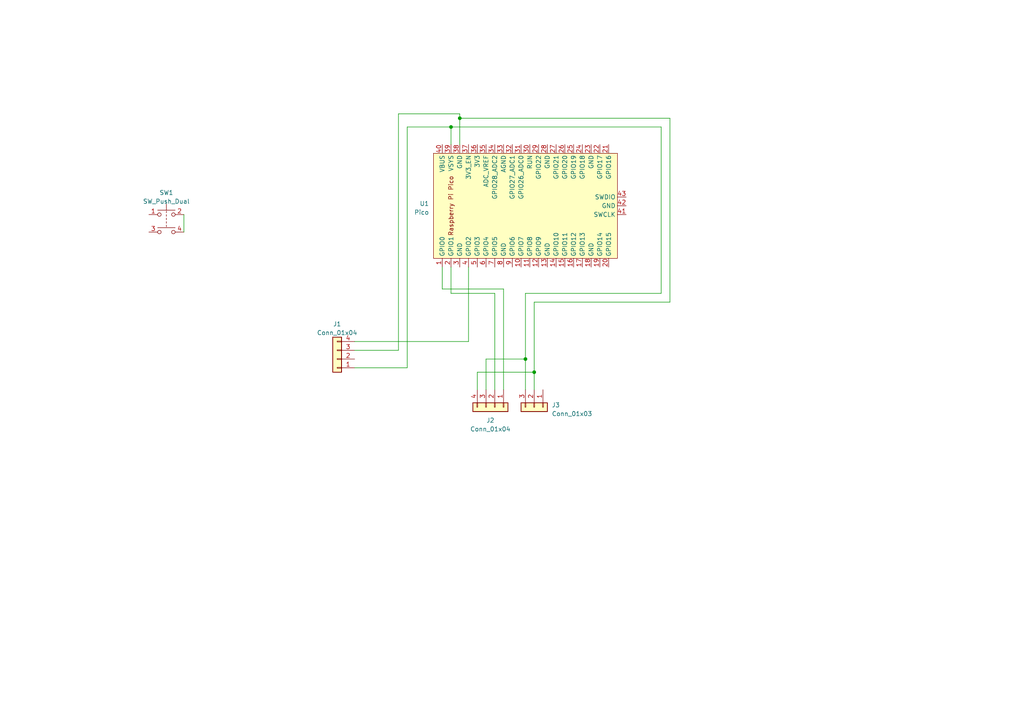
<source format=kicad_sch>
(kicad_sch (version 20230121) (generator eeschema)
  (paper "A4")
  (lib_symbols
    (symbol "Connector_Generic:Conn_01x03" (pin_names (offset 1.016) hide)
      (property "Reference" "J" (at 0 5.08 0))
      (property "Value" "Conn_01x03" (at 0 -5.08 0))
      (symbol "Conn_01x03_1_1"
        (rectangle (start -1.27 -2.413) (end 0 -2.667) (stroke (width 0.1524)))
        (rectangle (start -1.27 0.127) (end 0 -0.127) (stroke (width 0.1524)))
        (rectangle (start -1.27 2.667) (end 0 2.413) (stroke (width 0.1524)))
        (rectangle (start -1.27 3.81) (end 1.27 -3.81) (stroke (width 0.254)) (fill (type background)))
        (pin passive line (at -5.08 2.54 0) (length 3.81) (name "Pin_1") (number "1"))
        (pin passive line (at -5.08 0 0) (length 3.81) (name "Pin_2") (number "2"))
        (pin passive line (at -5.08 -2.54 0) (length 3.81) (name "Pin_3") (number "3"))
      )
    )
    (symbol "Connector_Generic:Conn_01x04" (pin_names (offset 1.016) hide)
      (property "Reference" "J" (at 0 5.08 0))
      (property "Value" "Conn_01x04" (at 0 -7.62 0))
      (symbol "Conn_01x04_1_1"
        (rectangle (start -1.27 -4.953) (end 0 -5.207) (stroke (width 0.1524)))
        (rectangle (start -1.27 -2.413) (end 0 -2.667) (stroke (width 0.1524)))
        (rectangle (start -1.27 0.127) (end 0 -0.127) (stroke (width 0.1524)))
        (rectangle (start -1.27 2.667) (end 0 2.413) (stroke (width 0.1524)))
        (rectangle (start -1.27 3.81) (end 1.27 -6.35) (stroke (width 0.254)) (fill (type background)))
        (pin passive line (at -5.08 2.54 0) (length 3.81) (name "Pin_1") (number "1"))
        (pin passive line (at -5.08 0 0) (length 3.81) (name "Pin_2") (number "2"))
        (pin passive line (at -5.08 -2.54 0) (length 3.81) (name "Pin_3") (number "3"))
        (pin passive line (at -5.08 -5.08 0) (length 3.81) (name "Pin_4") (number "4"))
      )
    )
    (symbol "MCU_RaspberryPi_and_Boards:Pico"
      (property "Reference" "U" (at -13.97 27.94 0))
      (property "Value" "Pico" (at 0 19.05 0))
      (symbol "Pico_0_0"
        (text "Raspberry Pi Pico" (at 0 21.59 0) (effects (font (size 1.27 1.27))))
      )
      (symbol "Pico_0_1"
        (rectangle (start -15.24 26.67) (end 15.24 -26.67) (fill (type background)))
      )
      (symbol "Pico_1_1"
        (pin bidirectional line (at -17.78 24.13 0) (length 2.54) (name "GPIO0") (number "1"))
        (pin bidirectional line (at -17.78 1.27 0) (length 2.54) (name "GPIO7") (number "10"))
        (pin bidirectional line (at -17.78 -1.27 0) (length 2.54) (name "GPIO8") (number "11"))
        (pin bidirectional line (at -17.78 -3.81 0) (length 2.54) (name "GPIO9") (number "12"))
        (pin power_in line (at -17.78 -6.35 0) (length 2.54) (name "GND") (number "13"))
        (pin bidirectional line (at -17.78 -8.89 0) (length 2.54) (name "GPIO10") (number "14"))
        (pin bidirectional line (at -17.78 -11.43 0) (length 2.54) (name "GPIO11") (number "15"))
        (pin bidirectional line (at -17.78 -13.97 0) (length 2.54) (name "GPIO12") (number "16"))
        (pin bidirectional line (at -17.78 -16.51 0) (length 2.54) (name "GPIO13") (number "17"))
        (pin power_in line (at -17.78 -19.05 0) (length 2.54) (name "GND") (number "18"))
        (pin bidirectional line (at -17.78 -21.59 0) (length 2.54) (name "GPIO14") (number "19"))
        (pin bidirectional line (at -17.78 21.59 0) (length 2.54) (name "GPIO1") (number "2"))
        (pin bidirectional line (at -17.78 -24.13 0) (length 2.54) (name "GPIO15") (number "20"))
        (pin bidirectional line (at 17.78 -24.13 180) (length 2.54) (name "GPIO16") (number "21"))
        (pin bidirectional line (at 17.78 -21.59 180) (length 2.54) (name "GPIO17") (number "22"))
        (pin power_in line (at 17.78 -19.05 180) (length 2.54) (name "GND") (number "23"))
        (pin bidirectional line (at 17.78 -16.51 180) (length 2.54) (name "GPIO18") (number "24"))
        (pin bidirectional line (at 17.78 -13.97 180) (length 2.54) (name "GPIO19") (number "25"))
        (pin bidirectional line (at 17.78 -11.43 180) (length 2.54) (name "GPIO20") (number "26"))
        (pin bidirectional line (at 17.78 -8.89 180) (length 2.54) (name "GPIO21") (number "27"))
        (pin power_in line (at 17.78 -6.35 180) (length 2.54) (name "GND") (number "28"))
        (pin bidirectional line (at 17.78 -3.81 180) (length 2.54) (name "GPIO22") (number "29"))
        (pin power_in line (at -17.78 19.05 0) (length 2.54) (name "GND") (number "3"))
        (pin input line (at 17.78 -1.27 180) (length 2.54) (name "RUN") (number "30"))
        (pin bidirectional line (at 17.78 1.27 180) (length 2.54) (name "GPIO26_ADC0") (number "31"))
        (pin bidirectional line (at 17.78 3.81 180) (length 2.54) (name "GPIO27_ADC1") (number "32"))
        (pin power_in line (at 17.78 6.35 180) (length 2.54) (name "AGND") (number "33"))
        (pin bidirectional line (at 17.78 8.89 180) (length 2.54) (name "GPIO28_ADC2") (number "34"))
        (pin power_in line (at 17.78 11.43 180) (length 2.54) (name "ADC_VREF") (number "35"))
        (pin power_in line (at 17.78 13.97 180) (length 2.54) (name "3V3") (number "36"))
        (pin input line (at 17.78 16.51 180) (length 2.54) (name "3V3_EN") (number "37"))
        (pin bidirectional line (at 17.78 19.05 180) (length 2.54) (name "GND") (number "38"))
        (pin power_in line (at 17.78 21.59 180) (length 2.54) (name "VSYS") (number "39"))
        (pin bidirectional line (at -17.78 16.51 0) (length 2.54) (name "GPIO2") (number "4"))
        (pin power_in line (at 17.78 24.13 180) (length 2.54) (name "VBUS") (number "40"))
        (pin input line (at -2.54 -29.21 90) (length 2.54) (name "SWCLK") (number "41"))
        (pin power_in line (at 0 -29.21 90) (length 2.54) (name "GND") (number "42"))
        (pin bidirectional line (at 2.54 -29.21 90) (length 2.54) (name "SWDIO") (number "43"))
        (pin bidirectional line (at -17.78 13.97 0) (length 2.54) (name "GPIO3") (number "5"))
        (pin bidirectional line (at -17.78 11.43 0) (length 2.54) (name "GPIO4") (number "6"))
        (pin bidirectional line (at -17.78 8.89 0) (length 2.54) (name "GPIO5") (number "7"))
        (pin power_in line (at -17.78 6.35 0) (length 2.54) (name "GND") (number "8"))
        (pin bidirectional line (at -17.78 3.81 0) (length 2.54) (name "GPIO6") (number "9"))
      )
    )
    (symbol "Switch:SW_Push_Dual" (pin_names (offset 1.016) hide)
      (property "Reference" "SW" (at 1.27 2.54 0))
      (property "Value" "SW_Push_Dual" (at 0 -6.858 0))
      (symbol "SW_Push_Dual_0_1"
        (circle (center -2.032 -5.08) (radius 0.508))
        (circle (center -2.032 0) (radius 0.508))
        (polyline (pts (xy 0 -3.048) (xy 0 -3.556)))
        (polyline (pts (xy 0 -2.032) (xy 0 -2.54)))
        (polyline (pts (xy 0 -1.524) (xy 0 -1.016)))
        (polyline (pts (xy 0 -0.508) (xy 0 0)))
        (polyline (pts (xy 0 0.508) (xy 0 1.016)))
        (polyline (pts (xy 0 1.27) (xy 0 3.048)))
        (polyline (pts (xy 2.54 -3.81) (xy -2.54 -3.81)))
        (polyline (pts (xy 2.54 1.27) (xy -2.54 1.27)))
        (circle (center 2.032 -5.08) (radius 0.508))
        (circle (center 2.032 0) (radius 0.508))
        (pin passive line (at -5.08 0 0) (length 2.54) (name "1") (number "1"))
        (pin passive line (at 5.08 0 180) (length 2.54) (name "2") (number "2"))
        (pin passive line (at -5.08 -5.08 0) (length 2.54) (name "3") (number "3"))
        (pin passive line (at 5.08 -5.08 180) (length 2.54) (name "4") (number "4"))
      )
    )
  )
  (junction (at 154.94 107.95))
  (junction (at 133.35 34.29))
  (junction (at 130.81 36.83))
  (junction (at 152.4 104.14))
  (wire (pts (xy 194.31 34.29) (xy 133.35 34.29)))
  (wire (pts (xy 118.11 106.68) (xy 118.11 36.83)))
  (wire (pts (xy 138.43 113.03) (xy 138.43 107.95)))
  (wire (pts (xy 152.4 85.09) (xy 191.77 85.09)))
  (wire (pts (xy 152.4 113.03) (xy 152.4 104.14)))
  (wire (pts (xy 118.11 36.83) (xy 130.81 36.83)))
  (wire (pts (xy 191.77 36.83) (xy 130.81 36.83)))
  (wire (pts (xy 146.05 113.03) (xy 146.05 83.82)))
  (wire (pts (xy 102.87 99.06) (xy 135.89 99.06)))
  (wire (pts (xy 194.31 87.63) (xy 194.31 34.29)))
  (wire (pts (xy 130.81 36.83) (xy 130.81 41.91)))
  (wire (pts (xy 115.57 33.02) (xy 133.35 33.02)))
  (wire (pts (xy 140.97 113.03) (xy 140.97 104.14)))
  (wire (pts (xy 138.43 107.95) (xy 154.94 107.95)))
  (wire (pts (xy 152.4 85.09) (xy 152.4 104.14)))
  (wire (pts (xy 154.94 113.03) (xy 154.94 107.95)))
  (wire (pts (xy 133.35 33.02) (xy 133.35 34.29)))
  (wire (pts (xy 128.27 77.47) (xy 128.27 83.82)))
  (wire (pts (xy 146.05 83.82) (xy 128.27 83.82)))
  (wire (pts (xy 143.51 85.09) (xy 130.81 85.09)))
  (wire (pts (xy 102.87 101.6) (xy 115.57 101.6)))
  (wire (pts (xy 102.87 106.68) (xy 118.11 106.68)))
  (wire (pts (xy 154.94 87.63) (xy 194.31 87.63)))
  (wire (pts (xy 130.81 85.09) (xy 130.81 77.47)))
  (wire (pts (xy 154.94 107.95) (xy 154.94 87.63)))
  (wire (pts (xy 191.77 85.09) (xy 191.77 36.83)))
  (wire (pts (xy 143.51 113.03) (xy 143.51 85.09)))
  (wire (pts (xy 133.35 34.29) (xy 133.35 41.91)))
  (wire (pts (xy 53.34 62.23) (xy 53.34 67.31)))
  (wire (pts (xy 135.89 77.47) (xy 135.89 99.06)))
  (wire (pts (xy 115.57 101.6) (xy 115.57 33.02)))
  (wire (pts (xy 140.97 104.14) (xy 152.4 104.14)))
  (symbol (lib_id "MCU_RaspberryPi_and_Boards:Pico") (at 152.4 59.69 90) (unit 1)
    (property "Reference" "U1" (at 124.46 59.055 90) (effects (justify left)))
    (property "Value" "Pico" (at 124.46 61.595 90) (effects (justify left)))
    (property "Footprint" "RPi_Pico:RPi_Pico_SMD_TH" (effects hide))
  )
  (symbol (lib_id "Connector_Generic:Conn_01x03") (at 154.94 118.11 270) (unit 1)
    (property "Reference" "J3" (at 160.02 117.475 90) (effects (justify left)))
    (property "Value" "Conn_01x03" (at 160.02 120.015 90) (effects (justify left)))
  )
  (symbol (lib_id "Switch:SW_Push_Dual") (at 48.26 62.23 0) (unit 1)
    (property "Reference" "SW1" (at 48.26 55.88 0))
    (property "Value" "SW_Push_Dual" (at 48.26 58.42 0))
    (property "Footprint" "Button_Switch_THT:SW_PUSH_6mm_H5mm" (effects hide))
  )
  (symbol (lib_id "Connector_Generic:Conn_01x04") (at 143.51 118.11 270) (unit 1)
    (property "Reference" "J2" (at 142.24 121.92 90))
    (property "Value" "Conn_01x04" (at 142.24 124.46 90))
  )
  (symbol (lib_id "Connector_Generic:Conn_01x04") (at 97.79 104.14 180) (unit 1)
    (property "Reference" "J1" (at 97.79 93.98 0))
    (property "Value" "Conn_01x04" (at 97.79 96.52 0))
  )
)
</source>
